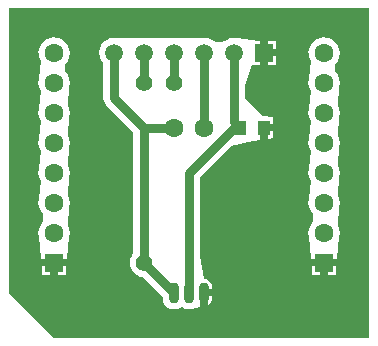
<source format=gbl>
G04 Layer_Physical_Order=2*
G04 Layer_Color=16711680*
%FSLAX24Y24*%
%MOIN*%
G70*
G01*
G75*
%ADD12C,0.0315*%
%ADD13C,0.0630*%
%ADD14R,0.0591X0.0591*%
%ADD15C,0.0591*%
%ADD16O,0.0360X0.0700*%
%ADD17R,0.0630X0.0630*%
%ADD18C,0.0551*%
%ADD19R,0.0400X0.0500*%
G36*
X6000Y-1500D02*
X-4500D01*
X-6000Y0D01*
Y9500D01*
X6000D01*
Y-1500D01*
D02*
G37*
%LPC*%
G36*
X4380Y880D02*
X4085D01*
Y585D01*
X4380D01*
Y880D01*
D02*
G37*
G36*
X4915D02*
X4620D01*
Y585D01*
X4915D01*
Y880D01*
D02*
G37*
G36*
X-4085D02*
X-4380D01*
Y585D01*
X-4085D01*
Y880D01*
D02*
G37*
G36*
X782Y-120D02*
X620D01*
Y-423D01*
X641Y-415D01*
Y-415D01*
X686Y-380D01*
X700Y-370D01*
X700Y-370D01*
X743Y-313D01*
Y-313D01*
X745Y-311D01*
Y-311D01*
X773Y-243D01*
X773Y-243D01*
X782Y-170D01*
X782Y-170D01*
Y-120D01*
D02*
G37*
G36*
X-4620Y880D02*
X-4915D01*
Y585D01*
X-4620D01*
Y880D01*
D02*
G37*
G36*
X2800Y5380D02*
X2620D01*
Y5124D01*
X2800Y5150D01*
Y5380D01*
D02*
G37*
G36*
X2895Y7880D02*
X2620D01*
Y7605D01*
X2895D01*
Y7880D01*
D02*
G37*
G36*
X2620Y8395D02*
Y8120D01*
X2895D01*
Y8395D01*
X2620D01*
D02*
G37*
G36*
X-4500Y8519D02*
X-4509Y8518D01*
X-4634Y8502D01*
X-4644Y8498D01*
X-4739Y8458D01*
X-4760Y8450D01*
X-4849Y8381D01*
X-4849D01*
Y8381D01*
X-4867Y8367D01*
X-4867D01*
X-4936Y8278D01*
D01*
X-4950Y8260D01*
X-4950Y8260D01*
X-5002Y8134D01*
X-5002Y8134D01*
X-5005Y8112D01*
X-5019Y8000D01*
X-5019Y8000D01*
X-5016Y7978D01*
X-5016Y7978D01*
X-5002Y7866D01*
X-5002Y7866D01*
X-4950Y7740D01*
X-5002Y7134D01*
X-5002D01*
X-5002Y7134D01*
X-5019Y7000D01*
X-5002Y6866D01*
X-4950Y6740D01*
X-4950Y6740D01*
X-5002Y6134D01*
X-5002D01*
X-5002Y6134D01*
X-5019Y6000D01*
X-5002Y5866D01*
X-4950Y5740D01*
X-4950Y5740D01*
X-5002Y5134D01*
X-5002D01*
X-5002Y5134D01*
X-5019Y5000D01*
X-5002Y4866D01*
X-4950Y4740D01*
X-4950Y4740D01*
X-5002Y4134D01*
X-5002D01*
X-5002Y4134D01*
X-5019Y4000D01*
X-5002Y3866D01*
X-4950Y3740D01*
X-4950Y3740D01*
X-5002Y3134D01*
X-5002Y3134D01*
X-5002Y3134D01*
X-5019Y3000D01*
X-5002Y2866D01*
X-4950Y2740D01*
X-4950Y2740D01*
X-4950Y2740D01*
X-4867Y2614D01*
Y2386D01*
X-4950Y2260D01*
X-4950Y2260D01*
X-5002Y2134D01*
X-5019Y2000D01*
X-5019Y2000D01*
X-5002Y1866D01*
X-4921Y1147D01*
X-4920Y1120D01*
X-4080D01*
X-4079Y1147D01*
X-3998Y1866D01*
X-3981Y2000D01*
X-3981Y2000D01*
X-3996Y2114D01*
X-3998Y2134D01*
X-4050Y2260D01*
X-3998Y2866D01*
X-3998D01*
X-3998Y2866D01*
X-3981Y3000D01*
X-3998Y3134D01*
X-4050Y3260D01*
X-4050Y3260D01*
X-3998Y3866D01*
X-3998D01*
X-3998Y3866D01*
X-3981Y4000D01*
X-3998Y4134D01*
X-4050Y4260D01*
X-4050Y4260D01*
X-3998Y4866D01*
X-3998D01*
X-3998Y4866D01*
X-3981Y5000D01*
X-3998Y5134D01*
X-4050Y5260D01*
X-4050Y5260D01*
X-3998Y5866D01*
X-3998D01*
X-3998Y5866D01*
X-3981Y6000D01*
X-3998Y6134D01*
X-4050Y6260D01*
X-4050Y6260D01*
X-3998Y6866D01*
X-3998Y6866D01*
X-3998Y6866D01*
X-3981Y7000D01*
X-3998Y7134D01*
X-4050Y7260D01*
X-4050Y7260D01*
X-4050Y7260D01*
X-4133Y7386D01*
Y7614D01*
X-4050Y7740D01*
X-4050Y7740D01*
Y7740D01*
X-4007Y7845D01*
Y7845D01*
X-3998Y7866D01*
X-3998Y7866D01*
X-3981Y8000D01*
X-3981Y8000D01*
X-3998Y8134D01*
X-3998Y8134D01*
X-4042Y8239D01*
X-4042Y8239D01*
X-4050Y8260D01*
X-4050Y8260D01*
X-4119Y8349D01*
X-4119Y8349D01*
X-4133Y8367D01*
X-4218Y8432D01*
X-4240Y8450D01*
X-4366Y8502D01*
X-4388Y8505D01*
X-4388Y8505D01*
X-4500Y8519D01*
D02*
G37*
G36*
X4500D02*
X4491Y8518D01*
X4366Y8502D01*
X4356Y8498D01*
X4261Y8458D01*
X4240Y8450D01*
X4151Y8381D01*
X4151D01*
Y8381D01*
X4133Y8367D01*
X4133D01*
X4064Y8278D01*
D01*
X4050Y8260D01*
X4050Y8260D01*
X3998Y8134D01*
X3998Y8134D01*
X3995Y8112D01*
X3981Y8000D01*
X3981Y8000D01*
X3984Y7978D01*
X3984Y7978D01*
X3998Y7866D01*
X3998Y7866D01*
X4050Y7740D01*
X3998Y7134D01*
X3998D01*
X3998Y7134D01*
X3981Y7000D01*
X3998Y6866D01*
X4050Y6740D01*
X4050Y6740D01*
X3998Y6134D01*
X3998D01*
X3998Y6134D01*
X3981Y6000D01*
X3998Y5866D01*
X4050Y5740D01*
X4050Y5740D01*
X3998Y5134D01*
X3998D01*
X3998Y5134D01*
X3981Y5000D01*
X3998Y4866D01*
X4050Y4740D01*
X4050Y4740D01*
X3998Y4134D01*
X3998D01*
X3998Y4134D01*
X3981Y4000D01*
X3998Y3866D01*
X4050Y3740D01*
X4050Y3740D01*
X3998Y3134D01*
X3998Y3134D01*
X3998Y3134D01*
X3981Y3000D01*
X3998Y2866D01*
X4050Y2740D01*
X4050Y2740D01*
X4050Y2740D01*
X4133Y2614D01*
Y2386D01*
X4050Y2260D01*
X4050Y2260D01*
X3998Y2134D01*
X3981Y2000D01*
X3981Y2000D01*
X3998Y1866D01*
X4079Y1147D01*
X4080Y1120D01*
X4920D01*
X4921Y1147D01*
X5002Y1866D01*
X5019Y2000D01*
X5019Y2000D01*
X5004Y2114D01*
X5002Y2134D01*
X4950Y2260D01*
X5002Y2866D01*
X5002D01*
X5002Y2866D01*
X5019Y3000D01*
X5002Y3134D01*
X4950Y3260D01*
X4950Y3260D01*
X5002Y3866D01*
X5002D01*
X5002Y3866D01*
X5019Y4000D01*
X5002Y4134D01*
X4950Y4260D01*
X4950Y4260D01*
X5002Y4866D01*
X5002D01*
X5002Y4866D01*
X5019Y5000D01*
X5002Y5134D01*
X4950Y5260D01*
X4950Y5260D01*
X5002Y5866D01*
X5002D01*
X5002Y5866D01*
X5019Y6000D01*
X5002Y6134D01*
X4950Y6260D01*
X4950Y6260D01*
X5002Y6866D01*
X5002Y6866D01*
X5002Y6866D01*
X5019Y7000D01*
X5002Y7134D01*
X4950Y7260D01*
X4950Y7260D01*
X4950Y7260D01*
X4867Y7386D01*
Y7614D01*
X4950Y7740D01*
X4950Y7740D01*
Y7740D01*
X4993Y7845D01*
Y7845D01*
X5002Y7866D01*
X5002Y7866D01*
X5019Y8000D01*
X5019Y8000D01*
X5002Y8134D01*
X5002Y8134D01*
X4958Y8239D01*
X4958Y8239D01*
X4950Y8260D01*
X4950Y8260D01*
X4881Y8349D01*
X4881Y8349D01*
X4867Y8367D01*
X4782Y8432D01*
X4760Y8450D01*
X4634Y8502D01*
X4612Y8505D01*
X4612Y8505D01*
X4500Y8519D01*
D02*
G37*
G36*
X-2500Y8500D02*
X-2629Y8483D01*
X-2629Y8483D01*
X-2750Y8433D01*
X-2853Y8353D01*
X-2853Y8353D01*
X-2933Y8250D01*
X-2933Y8250D01*
X-2933Y8250D01*
X-2983Y8129D01*
X-2983Y8129D01*
X-2983Y8129D01*
X-2990Y8073D01*
X-3000Y8000D01*
X-3000Y8000D01*
X-2983Y7871D01*
X-2983Y7871D01*
X-2961Y7818D01*
Y7818D01*
X-2933Y7750D01*
X-2933Y7750D01*
X-2861Y7656D01*
Y7271D01*
X-2861Y6684D01*
X-2861Y6684D01*
X-2861Y6500D01*
X-2848Y6407D01*
X-2812Y6320D01*
X-2755Y6245D01*
X-2621Y6112D01*
X-2621Y6111D01*
X-2210Y5700D01*
X-1861Y5351D01*
X-1861Y5284D01*
Y1311D01*
X-1915Y1240D01*
X-1915Y1240D01*
X-1963Y1124D01*
X-1963Y1124D01*
X-1980Y1000D01*
X-1980Y1000D01*
X-1963Y876D01*
X-1915Y760D01*
X-1839Y661D01*
Y661D01*
X-1740Y585D01*
X-1740Y585D01*
X-1624Y537D01*
X-1624Y537D01*
X-1535Y525D01*
X-883Y-127D01*
X-883Y-170D01*
X-870Y-269D01*
X-832Y-362D01*
X-832Y-362D01*
X-771Y-441D01*
X-771D01*
X-692Y-502D01*
X-599Y-540D01*
X-500Y-553D01*
X-500Y-553D01*
X-401Y-540D01*
X-401Y-540D01*
X-308Y-502D01*
X-308D01*
X-250Y-457D01*
X-192Y-502D01*
X-192D01*
X-99Y-540D01*
X-99Y-540D01*
X-12Y-552D01*
X0Y-553D01*
X0Y-553D01*
X99Y-540D01*
X185Y-505D01*
X234Y-492D01*
X380Y-471D01*
Y-195D01*
X383Y-170D01*
Y0D01*
X500D01*
Y120D01*
X782D01*
Y170D01*
X782Y170D01*
X782Y170D01*
X773Y243D01*
X773Y243D01*
X745Y311D01*
X745Y311D01*
X700Y370D01*
Y370D01*
X641Y415D01*
X641Y415D01*
X573Y443D01*
X573Y443D01*
X500Y452D01*
X361Y1228D01*
Y3851D01*
X1413Y4903D01*
X1413Y4903D01*
X2137Y5055D01*
X2380Y5090D01*
Y5500D01*
X2500D01*
Y5620D01*
X2800D01*
Y5850D01*
X2466Y5898D01*
X1898Y6426D01*
X1861Y6497D01*
Y6918D01*
X2105Y7605D01*
X2380D01*
Y8000D01*
Y8400D01*
X2346Y8402D01*
X1629Y8483D01*
X1556Y8492D01*
X1500Y8500D01*
X1371Y8483D01*
X1250Y8433D01*
X1250Y8433D01*
X1112Y8353D01*
X888D01*
X750Y8433D01*
X750Y8433D01*
X629Y8483D01*
X500Y8500D01*
X458Y8495D01*
X318Y8483D01*
X0D01*
X-318D01*
X-458Y8495D01*
X-500Y8500D01*
X-542Y8495D01*
X-682Y8483D01*
X-1000D01*
X-1318D01*
X-1458Y8495D01*
X-1500Y8500D01*
X-1542Y8495D01*
X-1682Y8483D01*
X-2000D01*
X-2318D01*
X-2458Y8495D01*
X-2490Y8498D01*
X-2500Y8500D01*
D02*
G37*
%LPD*%
G54D12*
X1500Y5500D02*
X1700D01*
X-0Y4000D02*
X1500Y5500D01*
X-0Y0D02*
Y4000D01*
X-1500Y1000D02*
X-500Y0D01*
X-1500Y1000D02*
Y5500D01*
X1500Y5700D02*
X1700Y5500D01*
X1500Y5700D02*
Y8000D01*
X500Y5500D02*
Y8000D01*
X-1500Y5500D02*
X-500D01*
X-2500Y6500D02*
X-1500Y5500D01*
X-2500Y6500D02*
Y8000D01*
X-500Y7000D02*
Y8000D01*
X-1500Y7000D02*
Y8000D01*
X-1500Y8000D01*
G54D13*
X500Y5500D02*
D03*
X-500D02*
D03*
X4500Y2000D02*
D03*
Y3000D02*
D03*
Y4000D02*
D03*
Y5000D02*
D03*
Y6000D02*
D03*
Y7000D02*
D03*
Y8000D02*
D03*
X-4500Y2000D02*
D03*
Y3000D02*
D03*
Y4000D02*
D03*
Y5000D02*
D03*
Y6000D02*
D03*
Y7000D02*
D03*
Y8000D02*
D03*
G54D14*
X2500D02*
D03*
G54D15*
X1500D02*
D03*
X500D02*
D03*
X-500D02*
D03*
X-1500D02*
D03*
X-2500D02*
D03*
G54D16*
X0Y0D02*
D03*
X-500D02*
D03*
X500D02*
D03*
G54D17*
X4500Y1000D02*
D03*
X-4500D02*
D03*
G54D18*
X3000Y6500D02*
D03*
X-1500Y1000D02*
D03*
X-500Y7000D02*
D03*
X-1500Y7000D02*
D03*
G54D19*
X1700Y5500D02*
D03*
X2500D02*
D03*
M02*

</source>
